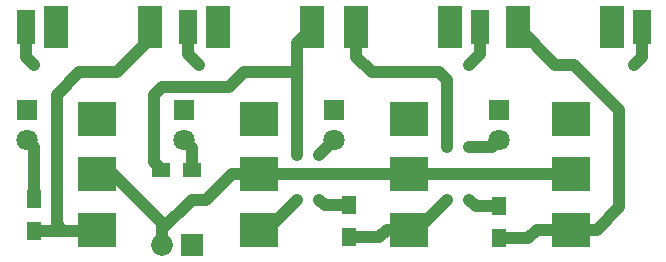
<source format=gbr>
%TF.GenerationSoftware,KiCad,Pcbnew,(5.1.9)-1*%
%TF.CreationDate,2021-03-02T23:28:56+00:00*%
%TF.ProjectId,Four Power Outlet,466f7572-2050-46f7-9765-72204f75746c,rev?*%
%TF.SameCoordinates,Original*%
%TF.FileFunction,Copper,L1,Top*%
%TF.FilePolarity,Positive*%
%FSLAX46Y46*%
G04 Gerber Fmt 4.6, Leading zero omitted, Abs format (unit mm)*
G04 Created by KiCad (PCBNEW (5.1.9)-1) date 2021-03-02 23:28:56*
%MOMM*%
%LPD*%
G01*
G04 APERTURE LIST*
%TA.AperFunction,ComponentPad*%
%ADD10R,1.850000X1.850000*%
%TD*%
%TA.AperFunction,ComponentPad*%
%ADD11C,1.850000*%
%TD*%
%TA.AperFunction,ComponentPad*%
%ADD12R,3.300000X3.000000*%
%TD*%
%TA.AperFunction,SMDPad,CuDef*%
%ADD13R,1.300000X1.500000*%
%TD*%
%TA.AperFunction,SMDPad,CuDef*%
%ADD14R,1.500000X1.300000*%
%TD*%
%TA.AperFunction,SMDPad,CuDef*%
%ADD15R,1.500000X3.000000*%
%TD*%
%TA.AperFunction,ComponentPad*%
%ADD16R,2.000000X3.600000*%
%TD*%
%TA.AperFunction,ComponentPad*%
%ADD17R,1.800000X1.800000*%
%TD*%
%TA.AperFunction,ComponentPad*%
%ADD18C,1.800000*%
%TD*%
%TA.AperFunction,ViaPad*%
%ADD19C,0.800000*%
%TD*%
%TA.AperFunction,Conductor*%
%ADD20C,1.000000*%
%TD*%
G04 APERTURE END LIST*
D10*
%TO.P,J1,1*%
%TO.N,GND*%
X92075000Y-125730000D03*
D11*
%TO.P,J1,2*%
%TO.N,+5V*%
X89575000Y-125730000D03*
%TD*%
D12*
%TO.P,SW4,3*%
%TO.N,Net-(SW4-Pad3)*%
X84075000Y-115060000D03*
%TO.P,SW4,2*%
%TO.N,+5V*%
X84075000Y-119760000D03*
%TO.P,SW4,1*%
%TO.N,Net-(J5-Pad1)*%
X84075000Y-124460000D03*
%TD*%
D13*
%TO.P,R1,1*%
%TO.N,Net-(J2-Pad1)*%
X118110000Y-125175000D03*
%TO.P,R1,2*%
%TO.N,Net-(D1-Pad2)*%
X118110000Y-122475000D03*
%TD*%
D12*
%TO.P,SW3,3*%
%TO.N,Net-(SW3-Pad3)*%
X97790000Y-115060000D03*
%TO.P,SW3,2*%
%TO.N,+5V*%
X97790000Y-119760000D03*
%TO.P,SW3,1*%
%TO.N,Net-(J4-Pad1)*%
X97790000Y-124460000D03*
%TD*%
%TO.P,SW2,3*%
%TO.N,Net-(SW2-Pad3)*%
X110500000Y-115060000D03*
%TO.P,SW2,2*%
%TO.N,+5V*%
X110500000Y-119760000D03*
%TO.P,SW2,1*%
%TO.N,Net-(J3-Pad1)*%
X110500000Y-124460000D03*
%TD*%
%TO.P,SW1,3*%
%TO.N,Net-(SW1-Pad3)*%
X124200000Y-115060000D03*
%TO.P,SW1,2*%
%TO.N,+5V*%
X124200000Y-119760000D03*
%TO.P,SW1,1*%
%TO.N,Net-(J2-Pad1)*%
X124200000Y-124460000D03*
%TD*%
D13*
%TO.P,R4,1*%
%TO.N,Net-(J5-Pad1)*%
X78740000Y-124540000D03*
%TO.P,R4,2*%
%TO.N,Net-(D4-Pad2)*%
X78740000Y-121840000D03*
%TD*%
D14*
%TO.P,R3,1*%
%TO.N,Net-(J4-Pad1)*%
X89455000Y-119380000D03*
%TO.P,R3,2*%
%TO.N,Net-(D3-Pad2)*%
X92155000Y-119380000D03*
%TD*%
D13*
%TO.P,R2,1*%
%TO.N,Net-(J3-Pad1)*%
X105410000Y-125095000D03*
%TO.P,R2,2*%
%TO.N,Net-(D2-Pad2)*%
X105410000Y-122395000D03*
%TD*%
D15*
%TO.P,J5,3*%
%TO.N,GND*%
X78074000Y-107315000D03*
D16*
%TO.P,J5,2*%
%TO.N,Net-(J5-Pad2)*%
X80574000Y-107315000D03*
%TO.P,J5,1*%
%TO.N,Net-(J5-Pad1)*%
X88574000Y-107315000D03*
%TD*%
D15*
%TO.P,J4,3*%
%TO.N,GND*%
X91790000Y-107315000D03*
D16*
%TO.P,J4,2*%
%TO.N,Net-(J4-Pad2)*%
X94290000Y-107315000D03*
%TO.P,J4,1*%
%TO.N,Net-(J4-Pad1)*%
X102290000Y-107315000D03*
%TD*%
D15*
%TO.P,J3,3*%
%TO.N,GND*%
X116490000Y-107315000D03*
D16*
%TO.P,J3,2*%
%TO.N,Net-(J3-Pad2)*%
X113990000Y-107315000D03*
%TO.P,J3,1*%
%TO.N,Net-(J3-Pad1)*%
X105990000Y-107315000D03*
%TD*%
D15*
%TO.P,J2,3*%
%TO.N,GND*%
X130206000Y-107315000D03*
D16*
%TO.P,J2,2*%
%TO.N,Net-(J2-Pad2)*%
X127706000Y-107315000D03*
%TO.P,J2,1*%
%TO.N,Net-(J2-Pad1)*%
X119706000Y-107315000D03*
%TD*%
D17*
%TO.P,D4,1*%
%TO.N,GND*%
X78105000Y-114300000D03*
D18*
%TO.P,D4,2*%
%TO.N,Net-(D4-Pad2)*%
X78105000Y-116840000D03*
%TD*%
D17*
%TO.P,D3,1*%
%TO.N,GND*%
X91440000Y-114300000D03*
D18*
%TO.P,D3,2*%
%TO.N,Net-(D3-Pad2)*%
X91440000Y-116840000D03*
%TD*%
D17*
%TO.P,D2,1*%
%TO.N,GND*%
X104140000Y-114300000D03*
D18*
%TO.P,D2,2*%
%TO.N,Net-(D2-Pad2)*%
X104140000Y-116840000D03*
%TD*%
D17*
%TO.P,D1,1*%
%TO.N,GND*%
X118110000Y-114300000D03*
D18*
%TO.P,D1,2*%
%TO.N,Net-(D1-Pad2)*%
X118110000Y-116840000D03*
%TD*%
D19*
%TO.N,GND*%
X129540000Y-110490000D03*
X115570000Y-110490000D03*
X92710000Y-110490000D03*
X78740000Y-110490000D03*
%TO.N,Net-(D1-Pad2)*%
X115570000Y-121920000D03*
X115570000Y-117475000D03*
X115570000Y-121920000D03*
%TO.N,Net-(D2-Pad2)*%
X102870000Y-121920000D03*
X102870000Y-118110000D03*
%TO.N,Net-(J3-Pad1)*%
X113665000Y-121920000D03*
X113665000Y-117475000D03*
%TO.N,Net-(J4-Pad1)*%
X100965000Y-121920000D03*
X100965000Y-118110000D03*
%TD*%
D20*
%TO.N,GND*%
X130206000Y-109824000D02*
X129540000Y-110490000D01*
X130206000Y-107315000D02*
X130206000Y-109824000D01*
X116490000Y-109570000D02*
X115570000Y-110490000D01*
X116490000Y-107315000D02*
X116490000Y-109570000D01*
X91790000Y-109570000D02*
X92710000Y-110490000D01*
X91790000Y-107315000D02*
X91790000Y-109570000D01*
X78074000Y-109824000D02*
X78740000Y-110490000D01*
X78074000Y-107315000D02*
X78074000Y-109824000D01*
%TO.N,Net-(D1-Pad2)*%
X117475000Y-117475000D02*
X118110000Y-116840000D01*
X115570000Y-117475000D02*
X117475000Y-117475000D01*
X116125000Y-122475000D02*
X115570000Y-121920000D01*
X118110000Y-122475000D02*
X116125000Y-122475000D01*
%TO.N,Net-(D2-Pad2)*%
X103345000Y-122395000D02*
X102870000Y-121920000D01*
X105410000Y-122395000D02*
X103345000Y-122395000D01*
X102870000Y-118110000D02*
X104140000Y-116840000D01*
%TO.N,Net-(D3-Pad2)*%
X92155000Y-117555000D02*
X91440000Y-116840000D01*
X92155000Y-119380000D02*
X92155000Y-117555000D01*
%TO.N,Net-(D4-Pad2)*%
X78740000Y-117475000D02*
X78105000Y-116840000D01*
X78740000Y-121840000D02*
X78740000Y-117475000D01*
%TO.N,+5V*%
X89575000Y-125730000D02*
X89575000Y-123865000D01*
X85470000Y-119760000D02*
X84075000Y-119760000D01*
X89575000Y-123865000D02*
X85470000Y-119760000D01*
X89575000Y-124421853D02*
X92075000Y-121921853D01*
X89575000Y-125730000D02*
X89575000Y-124421853D01*
X92075000Y-121921853D02*
X93343147Y-121921853D01*
X95505000Y-119760000D02*
X97790000Y-119760000D01*
X93343147Y-121921853D02*
X95505000Y-119760000D01*
X97790000Y-119760000D02*
X110500000Y-119760000D01*
X110500000Y-119760000D02*
X124200000Y-119760000D01*
%TO.N,Net-(J2-Pad1)*%
X124200000Y-124460000D02*
X121285000Y-124460000D01*
X120570000Y-125175000D02*
X118110000Y-125175000D01*
X121285000Y-124460000D02*
X120570000Y-125175000D01*
X124200000Y-124460000D02*
X126365000Y-124460000D01*
X126365000Y-124460000D02*
X128270000Y-122555000D01*
X128270000Y-122555000D02*
X128270000Y-114300000D01*
X128270000Y-114300000D02*
X124460000Y-110490000D01*
X122881000Y-110490000D02*
X119706000Y-107315000D01*
X124460000Y-110490000D02*
X122881000Y-110490000D01*
%TO.N,Net-(J3-Pad1)*%
X110500000Y-124460000D02*
X108585000Y-124460000D01*
X108585000Y-124460000D02*
X107950000Y-125095000D01*
X107950000Y-125095000D02*
X105410000Y-125095000D01*
X111125000Y-124460000D02*
X113665000Y-121920000D01*
X110500000Y-124460000D02*
X111125000Y-124460000D01*
X105990000Y-109800000D02*
X105990000Y-107315000D01*
X113030000Y-111125000D02*
X107315000Y-111125000D01*
X113665000Y-111760000D02*
X113030000Y-111125000D01*
X107315000Y-111125000D02*
X105990000Y-109800000D01*
X113665000Y-117475000D02*
X113665000Y-111760000D01*
%TO.N,Net-(J4-Pad1)*%
X98425000Y-124460000D02*
X100965000Y-121920000D01*
X97790000Y-124460000D02*
X98425000Y-124460000D01*
X100965000Y-108640000D02*
X102290000Y-107315000D01*
X89455000Y-119380000D02*
X89455000Y-119300000D01*
X89455000Y-119300000D02*
X88900000Y-118745000D01*
X88900000Y-118745000D02*
X88900000Y-113030000D01*
X88900000Y-113030000D02*
X89535000Y-112395000D01*
X89535000Y-112395000D02*
X95250000Y-112395000D01*
X96520000Y-111125000D02*
X100965000Y-111125000D01*
X95250000Y-112395000D02*
X96520000Y-111125000D01*
X100965000Y-111125000D02*
X100965000Y-108640000D01*
X100965000Y-118110000D02*
X100965000Y-111125000D01*
%TO.N,Net-(J5-Pad1)*%
X83995000Y-124540000D02*
X84075000Y-124460000D01*
X78740000Y-124540000D02*
X81200000Y-124540000D01*
X81200000Y-124540000D02*
X83995000Y-124540000D01*
X88574000Y-108276000D02*
X88574000Y-107315000D01*
X85725000Y-111125000D02*
X88574000Y-108276000D01*
X82550000Y-111125000D02*
X85725000Y-111125000D01*
X80645000Y-113030000D02*
X82550000Y-111125000D01*
X80645000Y-123985000D02*
X80645000Y-113030000D01*
X81200000Y-124540000D02*
X80645000Y-123985000D01*
%TD*%
M02*

</source>
